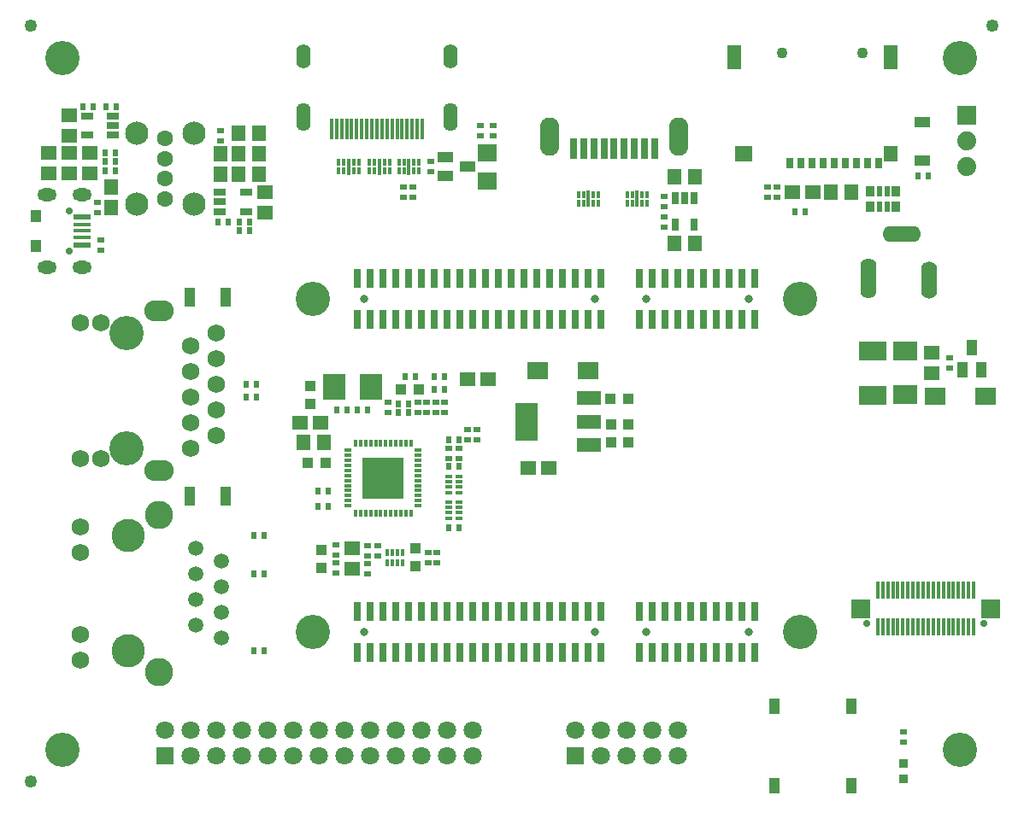
<source format=gbr>
%TF.GenerationSoftware,KiCad,Pcbnew,5.1.6-c6e7f7d~87~ubuntu18.04.1*%
%TF.CreationDate,2021-03-10T15:58:37+02:00*%
%TF.ProjectId,RK3328-SOM-EVB_Rev_A,524b3333-3238-42d5-934f-4d2d4556425f,A*%
%TF.SameCoordinates,Original*%
%TF.FileFunction,Soldermask,Top*%
%TF.FilePolarity,Negative*%
%FSLAX46Y46*%
G04 Gerber Fmt 4.6, Leading zero omitted, Abs format (unit mm)*
G04 Created by KiCad (PCBNEW 5.1.6-c6e7f7d~87~ubuntu18.04.1) date 2021-03-10 15:58:37*
%MOMM*%
%LPD*%
G01*
G04 APERTURE LIST*
%ADD10R,0.801600X1.901600*%
%ADD11C,0.801600*%
%ADD12C,1.254000*%
%ADD13C,3.401601*%
%ADD14R,0.651600X0.601600*%
%ADD15R,1.625600X1.371600*%
%ADD16R,1.371600X1.625600*%
%ADD17R,0.601600X0.651600*%
%ADD18R,1.501600X1.101600*%
%ADD19R,1.901600X1.701600*%
%ADD20O,1.401600X2.801600*%
%ADD21O,1.401600X2.401600*%
%ADD22R,0.350000X2.100000*%
%ADD23R,0.301600X0.776600*%
%ADD24R,0.401600X0.876600*%
%ADD25R,1.301600X0.651600*%
%ADD26C,2.301600*%
%ADD27C,1.601600*%
%ADD28O,1.901600X1.301600*%
%ADD29R,1.101600X1.201600*%
%ADD30C,0.701600*%
%ADD31R,1.751600X0.601600*%
%ADD32R,1.751600X0.426600*%
%ADD33R,1.117600X1.879600*%
%ADD34R,1.117600X1.117600*%
%ADD35R,2.101600X1.801600*%
%ADD36R,2.387600X1.879600*%
%ADD37C,1.801600*%
%ADD38R,1.801600X1.801600*%
%ADD39R,1.101600X1.501600*%
%ADD40R,1.901600X1.901600*%
%ADD41R,0.351600X1.701600*%
%ADD42R,2.801600X1.901600*%
%ADD43C,1.751600*%
%ADD44O,2.901600X2.101600*%
%ADD45C,3.401600*%
%ADD46C,1.511600*%
%ADD47C,2.801600*%
%ADD48C,3.301600*%
%ADD49C,1.101600*%
%ADD50R,1.400000X2.400000*%
%ADD51R,1.800000X1.600000*%
%ADD52R,1.400000X1.600000*%
%ADD53R,0.700000X1.100000*%
%ADD54R,1.117600X1.625600*%
%ADD55O,1.601600X4.001600*%
%ADD56O,1.601600X3.701600*%
%ADD57O,3.801600X1.601600*%
%ADD58R,0.901600X0.901600*%
%ADD59R,2.201600X2.501600*%
%ADD60R,0.726600X0.426600*%
%ADD61R,0.726600X0.351600*%
%ADD62R,0.426600X0.726600*%
%ADD63R,0.351600X0.726600*%
%ADD64R,0.863600X1.117600*%
%ADD65R,0.609600X1.117600*%
%ADD66R,0.651600X1.301600*%
%ADD67R,0.751600X0.351600*%
%ADD68R,0.351600X0.751600*%
%ADD69R,4.101600X4.101600*%
%ADD70R,1.524000X1.524000*%
%ADD71R,1.879600X1.879600*%
%ADD72C,1.879600*%
%ADD73O,1.901600X3.801600*%
%ADD74R,0.801600X2.101600*%
%ADD75R,2.336800X1.320800*%
%ADD76R,2.301600X3.701600*%
G04 APERTURE END LIST*
D10*
%TO.C,GPIO3*%
X163830000Y-117348000D03*
X163830000Y-113284000D03*
X165100000Y-117348000D03*
X165100000Y-113284000D03*
X166370000Y-117348000D03*
X166370000Y-113284000D03*
X167640000Y-117348000D03*
X167640000Y-113284000D03*
X168910000Y-117348000D03*
X168910000Y-113284000D03*
X170180000Y-117348000D03*
X170180000Y-113284000D03*
X171450000Y-117348000D03*
X171450000Y-113284000D03*
X172720000Y-117348000D03*
X172720000Y-113284000D03*
X173990000Y-117348000D03*
X173990000Y-113284000D03*
X175260000Y-117348000D03*
X175260000Y-113284000D03*
D11*
X174625000Y-115316000D03*
X164465000Y-115316000D03*
%TD*%
%TO.C,GPIO2*%
X136525000Y-115316000D03*
D10*
X147320000Y-113284000D03*
X147320000Y-117348000D03*
X146050000Y-113284000D03*
X146050000Y-117348000D03*
X144780000Y-113284000D03*
X144780000Y-117348000D03*
X143510000Y-113284000D03*
X143510000Y-117348000D03*
X142240000Y-113284000D03*
X142240000Y-117348000D03*
X140970000Y-113284000D03*
X140970000Y-117348000D03*
X139700000Y-113284000D03*
X139700000Y-117348000D03*
X138430000Y-113284000D03*
X138430000Y-117348000D03*
X137160000Y-113284000D03*
X137160000Y-117348000D03*
X135890000Y-113284000D03*
X135890000Y-117348000D03*
X148590000Y-117348000D03*
X148590000Y-113284000D03*
X149860000Y-117348000D03*
X149860000Y-113284000D03*
X151130000Y-117348000D03*
X151130000Y-113284000D03*
X152400000Y-117348000D03*
X152400000Y-113284000D03*
X153670000Y-117348000D03*
X153670000Y-113284000D03*
X154940000Y-117348000D03*
X154940000Y-113284000D03*
X156210000Y-117348000D03*
X156210000Y-113284000D03*
X157480000Y-117348000D03*
X157480000Y-113284000D03*
X158750000Y-117348000D03*
X158750000Y-113284000D03*
X160020000Y-117348000D03*
X160020000Y-113284000D03*
D11*
X159385000Y-115316000D03*
%TD*%
%TO.C,GPIO1*%
X159385000Y-82296000D03*
D10*
X160020000Y-80264000D03*
X160020000Y-84328000D03*
X158750000Y-80264000D03*
X158750000Y-84328000D03*
X157480000Y-80264000D03*
X157480000Y-84328000D03*
X156210000Y-80264000D03*
X156210000Y-84328000D03*
X154940000Y-80264000D03*
X154940000Y-84328000D03*
X153670000Y-80264000D03*
X153670000Y-84328000D03*
X152400000Y-80264000D03*
X152400000Y-84328000D03*
X151130000Y-80264000D03*
X151130000Y-84328000D03*
X149860000Y-80264000D03*
X149860000Y-84328000D03*
X148590000Y-80264000D03*
X148590000Y-84328000D03*
X135890000Y-84328000D03*
X135890000Y-80264000D03*
X137160000Y-84328000D03*
X137160000Y-80264000D03*
X138430000Y-84328000D03*
X138430000Y-80264000D03*
X139700000Y-84328000D03*
X139700000Y-80264000D03*
X140970000Y-84328000D03*
X140970000Y-80264000D03*
X142240000Y-84328000D03*
X142240000Y-80264000D03*
X143510000Y-84328000D03*
X143510000Y-80264000D03*
X144780000Y-84328000D03*
X144780000Y-80264000D03*
X146050000Y-84328000D03*
X146050000Y-80264000D03*
X147320000Y-84328000D03*
X147320000Y-80264000D03*
D11*
X136525000Y-82296000D03*
%TD*%
%TO.C,GPIO4*%
X164465000Y-82296000D03*
X174625000Y-82296000D03*
D10*
X175260000Y-80264000D03*
X175260000Y-84328000D03*
X173990000Y-80264000D03*
X173990000Y-84328000D03*
X172720000Y-80264000D03*
X172720000Y-84328000D03*
X171450000Y-80264000D03*
X171450000Y-84328000D03*
X170180000Y-80264000D03*
X170180000Y-84328000D03*
X168910000Y-80264000D03*
X168910000Y-84328000D03*
X167640000Y-80264000D03*
X167640000Y-84328000D03*
X166370000Y-80264000D03*
X166370000Y-84328000D03*
X165100000Y-80264000D03*
X165100000Y-84328000D03*
X163830000Y-80264000D03*
X163830000Y-84328000D03*
%TD*%
D12*
%TO.C,FID1*%
X103505000Y-130175000D03*
%TD*%
%TO.C,FID2*%
X198755000Y-55245000D03*
%TD*%
%TO.C,FID3*%
X103505000Y-55245000D03*
%TD*%
D13*
%TO.C,MH1*%
X131445000Y-115316000D03*
%TD*%
%TO.C,MH2*%
X179705000Y-115316000D03*
%TD*%
%TO.C,MH3*%
X179705000Y-82296000D03*
%TD*%
%TO.C,MH4*%
X131445000Y-82296000D03*
%TD*%
D14*
%TO.C,C1*%
X122301000Y-65659000D03*
X122301000Y-66675000D03*
%TD*%
%TO.C,C2*%
X110109000Y-73787000D03*
X110109000Y-72771000D03*
%TD*%
D15*
%TO.C,C3*%
X105283000Y-67818000D03*
X105283000Y-69850000D03*
%TD*%
D16*
%TO.C,C4*%
X126111000Y-69976999D03*
X124079000Y-69976999D03*
%TD*%
D15*
%TO.C,C5*%
X107315000Y-69850000D03*
X107315000Y-67818000D03*
%TD*%
D16*
%TO.C,C6*%
X124079000Y-67944999D03*
X126111000Y-67944999D03*
%TD*%
D15*
%TO.C,C7*%
X109347000Y-67818000D03*
X109347000Y-69850000D03*
%TD*%
D16*
%TO.C,C8*%
X126111000Y-65912999D03*
X124079000Y-65912999D03*
%TD*%
D17*
%TO.C,C9*%
X110871000Y-68707000D03*
X111887000Y-68707000D03*
%TD*%
D15*
%TO.C,C10*%
X107315000Y-64135000D03*
X107315000Y-66167000D03*
%TD*%
%TO.C,C11*%
X126746000Y-73787000D03*
X126746000Y-71755000D03*
%TD*%
D18*
%TO.C,FET1*%
X146771360Y-69212460D03*
X144561560Y-70167500D03*
X144561560Y-68265040D03*
%TD*%
D19*
%TO.C,FUSE1*%
X148717000Y-70615000D03*
X148717000Y-67815000D03*
%TD*%
D20*
%TO.C,HDMI1*%
X145095000Y-64290000D03*
X130495000Y-64290000D03*
D21*
X130495000Y-58240000D03*
D22*
X133295000Y-65440000D03*
X133795000Y-65440000D03*
X134295000Y-65440000D03*
X134795000Y-65440000D03*
X135295000Y-65440000D03*
X135795000Y-65440000D03*
X136295000Y-65440000D03*
X136795000Y-65440000D03*
X137295000Y-65440000D03*
X137795000Y-65440000D03*
X138295000Y-65440000D03*
X138795000Y-65440000D03*
X139295000Y-65440000D03*
X139795000Y-65440000D03*
X140295000Y-65440000D03*
X140795000Y-65440000D03*
X141295000Y-65440000D03*
X141795000Y-65440000D03*
X142295000Y-65440000D03*
D21*
X145095000Y-58240000D03*
%TD*%
D16*
%TO.C,L1*%
X111506000Y-71247000D03*
X111506000Y-73279000D03*
%TD*%
%TO.C,L2*%
X122301000Y-67945000D03*
X122301000Y-69977000D03*
%TD*%
D14*
%TO.C,R1*%
X143129000Y-69723000D03*
X143129000Y-68707000D03*
%TD*%
%TO.C,R2*%
X140462000Y-71247000D03*
X140462000Y-72263000D03*
%TD*%
%TO.C,R3*%
X141351000Y-72263000D03*
X141351000Y-71247000D03*
%TD*%
%TO.C,R4*%
X148082000Y-66167000D03*
X148082000Y-65151000D03*
%TD*%
%TO.C,R5*%
X149352000Y-65151000D03*
X149352000Y-66167000D03*
%TD*%
%TO.C,R6*%
X110490000Y-76454000D03*
X110490000Y-77470000D03*
%TD*%
D17*
%TO.C,R7*%
X111887000Y-69596000D03*
X110871000Y-69596000D03*
%TD*%
%TO.C,R8*%
X111887000Y-67818000D03*
X110871000Y-67818000D03*
%TD*%
%TO.C,R9*%
X112014000Y-63246000D03*
X110998000Y-63246000D03*
%TD*%
%TO.C,R10*%
X123063000Y-74676000D03*
X122047000Y-74676000D03*
%TD*%
%TO.C,R11*%
X109728000Y-63246000D03*
X108712000Y-63246000D03*
%TD*%
%TO.C,R12*%
X125222000Y-74676000D03*
X124206000Y-74676000D03*
%TD*%
%TO.C,R13*%
X124206000Y-75565000D03*
X125222000Y-75565000D03*
%TD*%
D23*
%TO.C,U1*%
X134001000Y-68777500D03*
X134501000Y-68777500D03*
D24*
X135001000Y-68827500D03*
D23*
X135501000Y-68777500D03*
X136001000Y-68777500D03*
X136001000Y-69652500D03*
X135501000Y-69652500D03*
D24*
X135001000Y-69602500D03*
D23*
X134501000Y-69652500D03*
X134001000Y-69652500D03*
%TD*%
%TO.C,U2*%
X137049000Y-69652500D03*
X137549000Y-69652500D03*
D24*
X138049000Y-69602500D03*
D23*
X138549000Y-69652500D03*
X139049000Y-69652500D03*
X139049000Y-68777500D03*
X138549000Y-68777500D03*
D24*
X138049000Y-68827500D03*
D23*
X137549000Y-68777500D03*
X137049000Y-68777500D03*
%TD*%
%TO.C,U3*%
X139970000Y-68777500D03*
X140470000Y-68777500D03*
D24*
X140970000Y-68827500D03*
D23*
X141470000Y-68777500D03*
X141970000Y-68777500D03*
X141970000Y-69652500D03*
X141470000Y-69652500D03*
D24*
X140970000Y-69602500D03*
D23*
X140470000Y-69652500D03*
X139970000Y-69652500D03*
%TD*%
D25*
%TO.C,U4*%
X109063000Y-64201000D03*
X109063000Y-66101000D03*
X111663000Y-64201000D03*
X111663000Y-65151000D03*
X111663000Y-66101000D03*
%TD*%
%TO.C,U5*%
X122251000Y-71758998D03*
X122251000Y-72708998D03*
X122251000Y-73658998D03*
X124851000Y-71758998D03*
X124851000Y-73658998D03*
%TD*%
D26*
%TO.C,USB-HOST1*%
X119690000Y-72921000D03*
X113990000Y-72921000D03*
X119690000Y-65921000D03*
X113990000Y-65921000D03*
D27*
X116840000Y-66421000D03*
X116840000Y-68421000D03*
X116840000Y-70421000D03*
X116840000Y-72421000D03*
%TD*%
D28*
%TO.C,USB-OTG1*%
X105160000Y-79165000D03*
X108630000Y-79165000D03*
X108630000Y-71965000D03*
X105160000Y-71965000D03*
D29*
X104010000Y-77065000D03*
X104010000Y-74065000D03*
D30*
X107310000Y-77565000D03*
X107310000Y-73565000D03*
D31*
X108560000Y-76952500D03*
D32*
X108560000Y-76215000D03*
X108560000Y-75565000D03*
X108560000Y-74915000D03*
D31*
X108560000Y-74177500D03*
%TD*%
D16*
%TO.C,C12*%
X167259001Y-70231000D03*
X169291001Y-70231000D03*
%TD*%
%TO.C,C13*%
X169291001Y-76835000D03*
X167259001Y-76835000D03*
%TD*%
D17*
%TO.C,C14*%
X124841000Y-92075000D03*
X125857000Y-92075000D03*
%TD*%
%TO.C,C15*%
X125857000Y-90805000D03*
X124841000Y-90805000D03*
%TD*%
D33*
%TO.C,C16*%
X119253000Y-82169000D03*
X122809000Y-82169000D03*
%TD*%
D17*
%TO.C,C17*%
X131953000Y-102870000D03*
X132969000Y-102870000D03*
%TD*%
%TO.C,C18*%
X131953000Y-101346000D03*
X132969000Y-101346000D03*
%TD*%
D15*
%TO.C,C19*%
X135382000Y-107061000D03*
X135382000Y-109093000D03*
%TD*%
D14*
%TO.C,C20*%
X141859000Y-93599000D03*
X141859000Y-92583000D03*
%TD*%
D34*
%TO.C,C21*%
X132334000Y-108966000D03*
X132334000Y-107188000D03*
%TD*%
%TO.C,C22*%
X141605000Y-107061000D03*
X141605000Y-108839000D03*
%TD*%
D17*
%TO.C,C23*%
X145923000Y-98933001D03*
X144907000Y-98933001D03*
%TD*%
D34*
%TO.C,C24*%
X140208000Y-91313000D03*
X141986000Y-91313000D03*
%TD*%
D16*
%TO.C,C25*%
X130556000Y-96520000D03*
X132588000Y-96520000D03*
%TD*%
D34*
%TO.C,C26*%
X132715000Y-98552000D03*
X130937000Y-98552000D03*
%TD*%
D14*
%TO.C,C27*%
X138938000Y-92583000D03*
X138938000Y-93599000D03*
%TD*%
D17*
%TO.C,C28*%
X144907000Y-96266000D03*
X145923000Y-96266000D03*
%TD*%
D14*
%TO.C,C29*%
X137922000Y-106807001D03*
X137922000Y-107823001D03*
%TD*%
D17*
%TO.C,C30*%
X144906999Y-105029000D03*
X145922999Y-105029000D03*
%TD*%
D14*
%TO.C,C31*%
X142748000Y-93599000D03*
X142748000Y-92583000D03*
%TD*%
D17*
%TO.C,C32*%
X133858000Y-93345000D03*
X134874000Y-93345000D03*
%TD*%
%TO.C,C33*%
X135890000Y-93345000D03*
X136906000Y-93345000D03*
%TD*%
D34*
%TO.C,C34*%
X162687000Y-92202000D03*
X160909000Y-92202000D03*
%TD*%
%TO.C,C35*%
X161036000Y-96520000D03*
X161036000Y-94742000D03*
%TD*%
D33*
%TO.C,C36*%
X119253000Y-101854000D03*
X122809000Y-101854000D03*
%TD*%
D16*
%TO.C,C38*%
X184785000Y-71755000D03*
X182753000Y-71755000D03*
%TD*%
D15*
%TO.C,C39*%
X192786000Y-87629999D03*
X192786000Y-89661999D03*
%TD*%
D35*
%TO.C,D1*%
X153710000Y-89408000D03*
X158710000Y-89408000D03*
%TD*%
D18*
%TO.C,D2*%
X191834699Y-64823401D03*
X191834699Y-68623401D03*
%TD*%
D36*
%TO.C,D3*%
X190119000Y-91839000D03*
X190119000Y-87485000D03*
%TD*%
D35*
%TO.C,D4*%
X198079999Y-91948000D03*
X193079999Y-91948000D03*
%TD*%
D37*
%TO.C,EXT1*%
X139700000Y-125095000D03*
X139700000Y-127635000D03*
X134620000Y-127635000D03*
X134620000Y-125095000D03*
X137160000Y-127635000D03*
X137160000Y-125095000D03*
X132080000Y-125095000D03*
X132080000Y-127635000D03*
X129540000Y-125095000D03*
X129540000Y-127635000D03*
D38*
X116840000Y-127635000D03*
D37*
X116840000Y-125095000D03*
X119380000Y-127635000D03*
X119380000Y-125095000D03*
X121920000Y-127635000D03*
X121920000Y-125095000D03*
X124460000Y-127635000D03*
X124460000Y-125095000D03*
X127000000Y-127635000D03*
X127000000Y-125095000D03*
X142240000Y-125095000D03*
X142240000Y-127635000D03*
X144780000Y-127635000D03*
X144780000Y-125095000D03*
X147320000Y-125095000D03*
X147320000Y-127635000D03*
%TD*%
D39*
%TO.C,FET2*%
X196720461Y-87162640D03*
X197675501Y-89372440D03*
X195773041Y-89372440D03*
%TD*%
D40*
%TO.C,Flash_Con1*%
X198551000Y-113030000D03*
X185751000Y-113030000D03*
D30*
X197951000Y-114530000D03*
X186351000Y-114530000D03*
D41*
X196401000Y-114830000D03*
X196401000Y-111230000D03*
X193901000Y-114830000D03*
X190401000Y-114830000D03*
X194401000Y-114830000D03*
X194901000Y-114830000D03*
X189901000Y-111230000D03*
X195401000Y-111230000D03*
X195901000Y-111230000D03*
X194901000Y-111230000D03*
X192401000Y-111230000D03*
X195401000Y-114830000D03*
X192401000Y-114830000D03*
X187901000Y-114830000D03*
X195901000Y-114830000D03*
X187901000Y-111230000D03*
X191901000Y-111230000D03*
X191901000Y-114830000D03*
X192901000Y-114830000D03*
X188401000Y-114830000D03*
X190901000Y-114830000D03*
X194401000Y-111230000D03*
X189401000Y-114830000D03*
X189401000Y-111230000D03*
X193401000Y-114830000D03*
X188901000Y-114830000D03*
X188901000Y-111230000D03*
X191401000Y-111230000D03*
X188401000Y-111230000D03*
X193401000Y-111230000D03*
X193901000Y-111230000D03*
X187401000Y-114830000D03*
X190401000Y-111230000D03*
X187401000Y-111230000D03*
X196901000Y-111230000D03*
X189901000Y-114830000D03*
X190901000Y-111230000D03*
X196901000Y-114830000D03*
X192901000Y-111230000D03*
X191401000Y-114830000D03*
%TD*%
D42*
%TO.C,FUSE2*%
X186944000Y-87461999D03*
X186944000Y-91861999D03*
%TD*%
D15*
%TO.C,L3*%
X130175000Y-94615000D03*
X132207000Y-94615000D03*
%TD*%
%TO.C,L4*%
X146812000Y-90297000D03*
X148844000Y-90297000D03*
%TD*%
%TO.C,L5*%
X154813000Y-99060000D03*
X152781000Y-99060000D03*
%TD*%
%TO.C,L6*%
X178943000Y-71755000D03*
X180975000Y-71755000D03*
%TD*%
D43*
%TO.C,LAN1*%
X119380000Y-97155000D03*
X121920000Y-95885000D03*
X119380000Y-94615000D03*
X121920000Y-93345000D03*
X119380000Y-92075000D03*
X121920000Y-90805000D03*
X119380000Y-89535000D03*
X121920000Y-88265000D03*
X119380000Y-86995000D03*
X121920000Y-85725000D03*
X110490000Y-98171000D03*
X108458000Y-98171000D03*
X110490000Y-84709000D03*
X108458000Y-84709000D03*
D44*
X116230000Y-99340000D03*
X116230000Y-83540000D03*
D45*
X113030000Y-97155000D03*
X113030000Y-85725000D03*
%TD*%
D46*
%TO.C,LAN2*%
X119857000Y-107051000D03*
X122397000Y-108321000D03*
X119857000Y-109591000D03*
X122397000Y-110861000D03*
X119857000Y-112131000D03*
X122397000Y-113401000D03*
X119857000Y-114671000D03*
X122397000Y-115941000D03*
D43*
X108408500Y-115576000D03*
X108408500Y-104896000D03*
D47*
X116207000Y-103706000D03*
X116207000Y-119306000D03*
D43*
X108408500Y-118116000D03*
X108408500Y-107436000D03*
D48*
X113157000Y-105791000D03*
X113157000Y-117221000D03*
%TD*%
D49*
%TO.C,MICRO_SD1*%
X185928000Y-57962800D03*
X177927000Y-57962800D03*
D50*
X173225000Y-58365000D03*
X188725000Y-58365000D03*
D51*
X174125000Y-67965000D03*
D52*
X188725000Y-67965000D03*
D53*
X178725000Y-68845000D03*
X179825000Y-68845000D03*
X180925000Y-68845000D03*
X182025000Y-68845000D03*
X183125000Y-68845000D03*
X184225000Y-68845000D03*
X185325000Y-68845000D03*
X186425000Y-68845000D03*
X187525000Y-68845000D03*
%TD*%
D54*
%TO.C,PWR1*%
X184785000Y-122682000D03*
X184785000Y-130556000D03*
%TD*%
D55*
%TO.C,PWR_J1*%
X186505000Y-80315000D03*
D56*
X192505000Y-80465000D03*
D57*
X189759000Y-75865000D03*
%TD*%
D58*
%TO.C,PWRLED1*%
X189992000Y-128397000D03*
X189992000Y-129921000D03*
%TD*%
D59*
%TO.C,Q1*%
X133532000Y-91059000D03*
X137232000Y-91059000D03*
%TD*%
D14*
%TO.C,R14*%
X166243000Y-73152000D03*
X166243000Y-72136000D03*
%TD*%
%TO.C,R15*%
X166243000Y-74168000D03*
X166243000Y-75184000D03*
%TD*%
%TO.C,R16*%
X144526000Y-92583000D03*
X144526000Y-93599000D03*
%TD*%
%TO.C,R17*%
X147701000Y-95250000D03*
X147701000Y-96266000D03*
%TD*%
%TO.C,R18*%
X145923000Y-98171000D03*
X145923000Y-97155000D03*
%TD*%
%TO.C,R19*%
X144907000Y-97155000D03*
X144907000Y-98171000D03*
%TD*%
%TO.C,R20*%
X142875000Y-108458000D03*
X142875000Y-107442000D03*
%TD*%
%TO.C,R21*%
X143764000Y-108458000D03*
X143764000Y-107442000D03*
%TD*%
%TO.C,R22*%
X146812000Y-95250000D03*
X146812000Y-96266000D03*
%TD*%
D17*
%TO.C,R23*%
X140970000Y-92710000D03*
X139954000Y-92710000D03*
%TD*%
%TO.C,R24*%
X139954000Y-93599000D03*
X140970000Y-93599000D03*
%TD*%
D14*
%TO.C,R25*%
X136906000Y-106807000D03*
X136906000Y-107823000D03*
%TD*%
%TO.C,R26*%
X136906000Y-108585000D03*
X136906000Y-109601000D03*
%TD*%
%TO.C,R27*%
X133731000Y-106680000D03*
X133731000Y-107696000D03*
%TD*%
%TO.C,R28*%
X133731000Y-108458000D03*
X133731000Y-109474000D03*
%TD*%
D17*
%TO.C,R29*%
X140589000Y-90043000D03*
X141605000Y-90043000D03*
%TD*%
%TO.C,R30*%
X144525999Y-91313000D03*
X143509999Y-91313000D03*
%TD*%
%TO.C,R31*%
X143510000Y-90043000D03*
X144526000Y-90043000D03*
%TD*%
D34*
%TO.C,R32*%
X131191000Y-92710000D03*
X131191000Y-90932000D03*
%TD*%
D14*
%TO.C,R33*%
X143637000Y-92583000D03*
X143637000Y-93599000D03*
%TD*%
D34*
%TO.C,R34*%
X162686999Y-96520000D03*
X162686999Y-94742000D03*
%TD*%
D17*
%TO.C,R35*%
X125603000Y-105791000D03*
X126619000Y-105791000D03*
%TD*%
%TO.C,R36*%
X126619000Y-117221000D03*
X125603000Y-117221000D03*
%TD*%
%TO.C,R37*%
X191389000Y-70104000D03*
X192405000Y-70104000D03*
%TD*%
D14*
%TO.C,R38*%
X176530000Y-72263000D03*
X176530000Y-71247000D03*
%TD*%
%TO.C,R39*%
X177419000Y-71247000D03*
X177419000Y-72263000D03*
%TD*%
D17*
%TO.C,R40*%
X180213000Y-73660000D03*
X179197000Y-73660000D03*
%TD*%
D14*
%TO.C,R41*%
X194563999Y-88138000D03*
X194563999Y-89154000D03*
%TD*%
%TO.C,R42*%
X189992000Y-126238000D03*
X189992000Y-125222000D03*
%TD*%
D60*
%TO.C,RM1*%
X145927500Y-104041000D03*
X144902500Y-104041000D03*
D61*
X145927500Y-103501000D03*
X144902500Y-103501000D03*
X145927500Y-103001000D03*
X144902500Y-103001000D03*
D60*
X145927500Y-102461000D03*
X144902500Y-102461000D03*
%TD*%
%TO.C,RM2*%
X145927499Y-101501000D03*
X144902499Y-101501000D03*
D61*
X145927499Y-100961000D03*
X144902499Y-100961000D03*
X145927499Y-100461000D03*
X144902499Y-100461000D03*
D60*
X145927499Y-99921000D03*
X144902499Y-99921000D03*
%TD*%
D62*
%TO.C,RM3*%
X140363000Y-107437500D03*
X140363000Y-108462500D03*
D63*
X139823000Y-107437500D03*
X139823000Y-108462500D03*
X139323000Y-107437500D03*
X139323000Y-108462500D03*
D62*
X138783000Y-107437500D03*
X138783000Y-108462500D03*
%TD*%
D64*
%TO.C,RM4*%
X186690000Y-71628000D03*
X186690000Y-73152000D03*
X189230000Y-71628000D03*
X189230000Y-73152000D03*
D65*
X187579000Y-71628000D03*
X188341000Y-71628000D03*
X187579000Y-73152000D03*
X188341000Y-73152000D03*
%TD*%
D54*
%TO.C,RST1*%
X177165000Y-130556000D03*
X177165000Y-122682000D03*
%TD*%
D23*
%TO.C,U6*%
X159750000Y-71952500D03*
X159250000Y-71952500D03*
D24*
X158750000Y-72002500D03*
D23*
X158250000Y-71952500D03*
X157750000Y-71952500D03*
X157750000Y-72827500D03*
X158250000Y-72827500D03*
D24*
X158750000Y-72777500D03*
D23*
X159250000Y-72827500D03*
X159750000Y-72827500D03*
%TD*%
%TO.C,U7*%
X162576000Y-71952500D03*
X163076000Y-71952500D03*
D24*
X163576000Y-72002500D03*
D23*
X164076000Y-71952500D03*
X164576000Y-71952500D03*
X164576000Y-72827500D03*
X164076000Y-72827500D03*
D24*
X163576000Y-72777500D03*
D23*
X163076000Y-72827500D03*
X162576000Y-72827500D03*
%TD*%
D66*
%TO.C,U8*%
X167325001Y-74960000D03*
X169225001Y-74960000D03*
X167325001Y-72360000D03*
X168275001Y-72360000D03*
X169225001Y-72360000D03*
%TD*%
D67*
%TO.C,U9*%
X134955000Y-97326000D03*
X134955000Y-97826000D03*
X134955000Y-98326000D03*
X134955000Y-98826000D03*
X134955000Y-99326000D03*
X134955000Y-99826000D03*
X134955000Y-100326000D03*
X134955000Y-100826000D03*
X134955000Y-101326000D03*
X134955000Y-101826000D03*
X134955000Y-102326000D03*
X134955000Y-102826000D03*
D68*
X135680000Y-103551000D03*
X136180000Y-103551000D03*
X136680000Y-103551000D03*
X137180000Y-103551000D03*
X137680000Y-103551000D03*
X138180000Y-103551000D03*
X138680000Y-103551000D03*
X139180000Y-103551000D03*
X139680000Y-103551000D03*
X140180000Y-103551000D03*
X140680000Y-103551000D03*
X141180000Y-103551000D03*
D67*
X141905000Y-102826000D03*
X141905000Y-102326000D03*
X141905000Y-101826000D03*
X141905000Y-101326000D03*
X141905000Y-100826000D03*
X141905000Y-100326000D03*
X141905000Y-99826000D03*
X141905000Y-99326000D03*
X141905000Y-98826000D03*
X141905000Y-98326000D03*
X141905000Y-97826000D03*
X141905000Y-97326000D03*
D68*
X141180000Y-96601000D03*
X140680000Y-96601000D03*
X140180000Y-96601000D03*
X139680000Y-96601000D03*
X139180000Y-96601000D03*
X138680000Y-96601000D03*
X138180000Y-96601000D03*
X137680000Y-96601000D03*
X137180000Y-96601000D03*
X136680000Y-96601000D03*
X136180000Y-96601000D03*
X135680000Y-96601000D03*
D69*
X138430000Y-100076000D03*
D70*
X138430000Y-100076000D03*
%TD*%
D71*
%TO.C,UART_DBG1*%
X196215000Y-64135000D03*
D72*
X196215000Y-66675000D03*
X196215000Y-69215000D03*
%TD*%
D38*
%TO.C,UEXT1*%
X157480000Y-127635000D03*
D37*
X157480000Y-125095000D03*
X160020000Y-127635000D03*
X160020000Y-125095000D03*
X162560000Y-127635000D03*
X162560000Y-125095000D03*
X165100000Y-127635000D03*
X165100000Y-125095000D03*
X167640000Y-127635000D03*
X167640000Y-125095000D03*
%TD*%
D73*
%TO.C,USB3.0_TYPE-A1*%
X167690000Y-66210000D03*
X154890000Y-66210000D03*
D74*
X160290000Y-67410000D03*
X164290000Y-67410000D03*
X158290000Y-67410000D03*
X159290000Y-67410000D03*
X161290000Y-67410000D03*
X163290000Y-67410000D03*
X165290000Y-67410000D03*
X162290000Y-67410000D03*
X157290000Y-67410000D03*
%TD*%
D75*
%TO.C,VR1*%
X158784800Y-96795201D03*
X158784800Y-94483801D03*
X158784800Y-92172401D03*
D76*
X152587000Y-94483801D03*
%TD*%
D13*
%TO.C,MH5*%
X106680000Y-127000000D03*
%TD*%
%TO.C,MH6*%
X106680000Y-58420000D03*
%TD*%
%TO.C,MH7*%
X195580000Y-58420000D03*
%TD*%
%TO.C,MH8*%
X195580000Y-127000000D03*
%TD*%
D17*
%TO.C,C37*%
X125603000Y-109601000D03*
X126619000Y-109601000D03*
%TD*%
M02*

</source>
